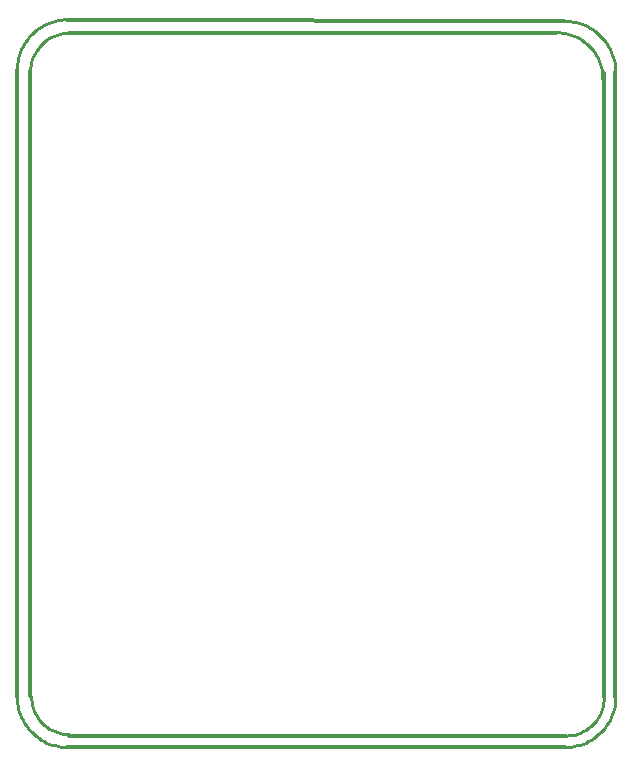
<source format=gko>
G04*
G04 #@! TF.GenerationSoftware,Altium Limited,Altium Designer,21.0.9 (235)*
G04*
G04 Layer_Color=16711935*
%FSLAX25Y25*%
%MOIN*%
G70*
G04*
G04 #@! TF.SameCoordinates,F387145F-AE4B-4741-B797-563D352F3EA4*
G04*
G04*
G04 #@! TF.FilePolarity,Positive*
G04*
G01*
G75*
%ADD11C,0.01181*%
%ADD12C,0.01000*%
D11*
X222260Y449267D02*
X384755Y449261D01*
X209499Y228260D02*
X209500Y436507D01*
X222494Y215021D02*
X387940Y215016D01*
X400700Y227776D02*
X400701Y436022D01*
X404500Y436233D02*
X404500Y228000D01*
X221767Y211233D02*
X387733Y211233D01*
X205000Y228000D02*
X205000Y437000D01*
X221767Y453697D02*
X387500Y453233D01*
D12*
X222260Y449267D02*
X221259Y449228D01*
X220264Y449110D01*
X219281Y448914D01*
X218317Y448642D01*
X217377Y448295D01*
X216467Y447876D01*
X215593Y447386D01*
X214760Y446830D01*
X213973Y446209D01*
X213237Y445529D01*
X212557Y444794D01*
X211937Y444007D01*
X211380Y443174D01*
X210891Y442300D01*
X210471Y441390D01*
X210124Y440450D01*
X209853Y439485D01*
X209657Y438503D01*
X209539Y437508D01*
X209500Y436507D01*
X209733Y228260D02*
X209773Y227259D01*
X209890Y226264D01*
X210086Y225281D01*
X210358Y224317D01*
X210704Y223377D01*
X211124Y222467D01*
X211614Y221593D01*
X212170Y220760D01*
X212790Y219973D01*
X213471Y219237D01*
X214206Y218557D01*
X214993Y217937D01*
X215826Y217380D01*
X216700Y216891D01*
X217610Y216471D01*
X218550Y216125D01*
X219515Y215853D01*
X220497Y215657D01*
X221492Y215539D01*
X222494Y215500D01*
X387940Y215016D02*
X388941Y215055D01*
X389936Y215173D01*
X390918Y215368D01*
X391883Y215640D01*
X392823Y215987D01*
X393733Y216407D01*
X394607Y216896D01*
X395440Y217453D01*
X396227Y218073D01*
X396962Y218753D01*
X397642Y219489D01*
X398263Y220276D01*
X398819Y221109D01*
X399309Y221983D01*
X399728Y222893D01*
X400075Y223833D01*
X400347Y224797D01*
X400543Y225780D01*
X400661Y226775D01*
X400700Y227776D01*
X400201Y434016D02*
X400168Y435026D01*
X400069Y436032D01*
X399904Y437029D01*
X399675Y438014D01*
X399381Y438981D01*
X399025Y439927D01*
X398608Y440848D01*
X398132Y441739D01*
X397598Y442597D01*
X397009Y443419D01*
X396368Y444200D01*
X395677Y444938D01*
X394939Y445629D01*
X394158Y446270D01*
X393336Y446859D01*
X392478Y447393D01*
X391586Y447869D01*
X390666Y448286D01*
X389720Y448643D01*
X388752Y448936D01*
X387768Y449165D01*
X386771Y449330D01*
X385765Y449429D01*
X384755Y449462D01*
X205000Y228000D02*
X205031Y226988D01*
X205122Y225979D01*
X205275Y224978D01*
X205487Y223987D01*
X205759Y223012D01*
X206090Y222054D01*
X206477Y221119D01*
X206921Y220208D01*
X207418Y219326D01*
X207968Y218475D01*
X208568Y217660D01*
X209217Y216882D01*
X209911Y216144D01*
X210648Y215450D01*
X211426Y214802D01*
X212242Y214201D01*
X213093Y213651D01*
X213975Y213154D01*
X214885Y212710D01*
X215821Y212323D01*
X216779Y211992D01*
X217754Y211720D01*
X218744Y211508D01*
X219746Y211355D01*
X220754Y211264D01*
X221767Y211233D01*
X221767Y453767D02*
X220754Y453736D01*
X219746Y453645D01*
X218744Y453492D01*
X217754Y453280D01*
X216779Y453008D01*
X215821Y452677D01*
X214885Y452290D01*
X213975Y451846D01*
X213093Y451349D01*
X212242Y450799D01*
X211426Y450199D01*
X210648Y449550D01*
X209911Y448856D01*
X209217Y448118D01*
X208568Y447340D01*
X207968Y446525D01*
X207418Y445674D01*
X206921Y444792D01*
X206477Y443881D01*
X206090Y442946D01*
X205759Y441988D01*
X205487Y441013D01*
X205275Y440022D01*
X205122Y439021D01*
X205031Y438012D01*
X205000Y437000D01*
X404500Y436233D02*
X404471Y437222D01*
X404385Y438207D01*
X404242Y439185D01*
X404042Y440154D01*
X403786Y441109D01*
X403475Y442048D01*
X403110Y442967D01*
X402692Y443863D01*
X402222Y444733D01*
X401703Y445575D01*
X401136Y446385D01*
X400523Y447161D01*
X399865Y447899D01*
X399166Y448599D01*
X398427Y449256D01*
X397652Y449869D01*
X396842Y450436D01*
X396000Y450956D01*
X395130Y451425D01*
X394233Y451843D01*
X393314Y452208D01*
X392376Y452519D01*
X391421Y452775D01*
X390452Y452975D01*
X389474Y453118D01*
X388489Y453204D01*
X387500Y453233D01*
X387733Y211233D02*
X388746Y211264D01*
X389754Y211355D01*
X390756Y211508D01*
X391746Y211720D01*
X392721Y211992D01*
X393679Y212323D01*
X394615Y212710D01*
X395525Y213154D01*
X396407Y213651D01*
X397258Y214201D01*
X398074Y214802D01*
X398852Y215450D01*
X399589Y216144D01*
X400283Y216882D01*
X400932Y217660D01*
X401532Y218475D01*
X402082Y219326D01*
X402579Y220208D01*
X403023Y221119D01*
X403410Y222055D01*
X403741Y223012D01*
X404013Y223988D01*
X404225Y224978D01*
X404378Y225979D01*
X404469Y226988D01*
X404500Y228000D01*
M02*

</source>
